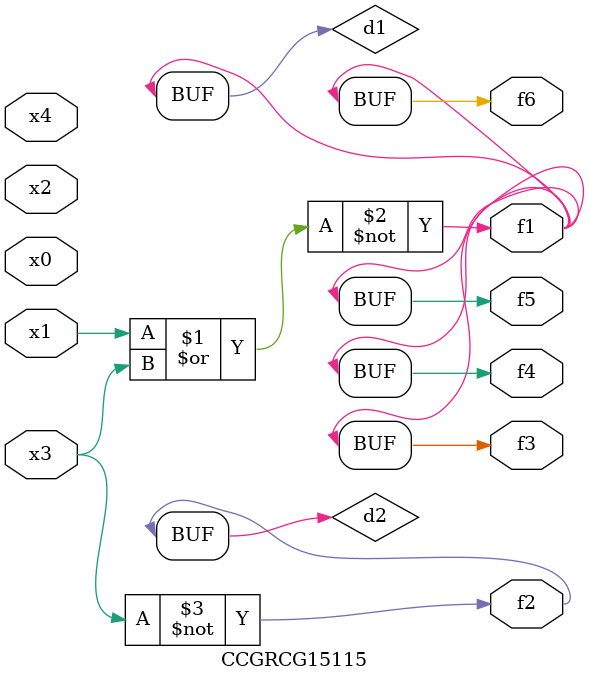
<source format=v>
module CCGRCG15115(
	input x0, x1, x2, x3, x4,
	output f1, f2, f3, f4, f5, f6
);

	wire d1, d2;

	nor (d1, x1, x3);
	not (d2, x3);
	assign f1 = d1;
	assign f2 = d2;
	assign f3 = d1;
	assign f4 = d1;
	assign f5 = d1;
	assign f6 = d1;
endmodule

</source>
